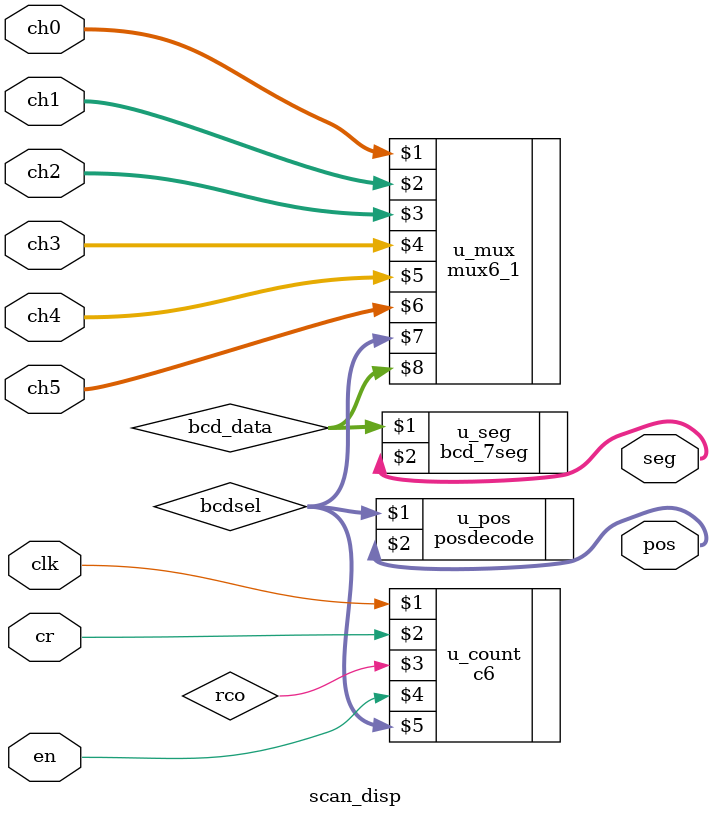
<source format=v>
`timescale 1ns / 1ps

module scan_disp(
    input clk,
    input cr,
    input en,
    input [3:0] ch0,
    input [3:0] ch1,
    input [3:0] ch2,
    input [3:0] ch3,
    input [3:0] ch4,
    input [3:0] ch5,
    output [6:0] seg,
    output [7:0] pos
    );
    wire rco;
    wire[3:0] bcdsel,bcd_data;
    c6 u_count(clk,cr,rco,en,bcdsel);//6½øÖÆÍ¬²½¼ÆÊýÆ÷
    mux6_1 u_mux(ch0,ch1,ch2,ch3,ch4,ch5,bcdsel,bcd_data);//6Â·ËÄÎ»¸´ÓÃÆ÷£»
    posdecode u_pos(bcdsel,pos);//Î»Âë
    bcd_7seg u_seg(bcd_data,seg);//¶ÎÂë  
endmodule
</source>
